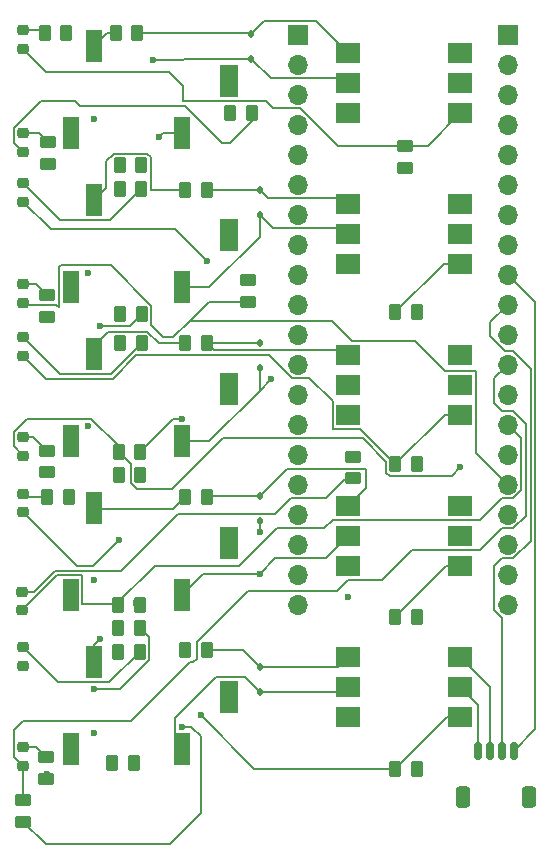
<source format=gtl>
G04 #@! TF.GenerationSoftware,KiCad,Pcbnew,8.0.1*
G04 #@! TF.CreationDate,2024-03-31T18:38:22-05:00*
G04 #@! TF.ProjectId,dinoctopus_v2,64696e6f-6374-46f7-9075-735f76322e6b,rev?*
G04 #@! TF.SameCoordinates,Original*
G04 #@! TF.FileFunction,Copper,L1,Top*
G04 #@! TF.FilePolarity,Positive*
%FSLAX46Y46*%
G04 Gerber Fmt 4.6, Leading zero omitted, Abs format (unit mm)*
G04 Created by KiCad (PCBNEW 8.0.1) date 2024-03-31 18:38:22*
%MOMM*%
%LPD*%
G01*
G04 APERTURE LIST*
G04 Aperture macros list*
%AMRoundRect*
0 Rectangle with rounded corners*
0 $1 Rounding radius*
0 $2 $3 $4 $5 $6 $7 $8 $9 X,Y pos of 4 corners*
0 Add a 4 corners polygon primitive as box body*
4,1,4,$2,$3,$4,$5,$6,$7,$8,$9,$2,$3,0*
0 Add four circle primitives for the rounded corners*
1,1,$1+$1,$2,$3*
1,1,$1+$1,$4,$5*
1,1,$1+$1,$6,$7*
1,1,$1+$1,$8,$9*
0 Add four rect primitives between the rounded corners*
20,1,$1+$1,$2,$3,$4,$5,0*
20,1,$1+$1,$4,$5,$6,$7,0*
20,1,$1+$1,$6,$7,$8,$9,0*
20,1,$1+$1,$8,$9,$2,$3,0*%
G04 Aperture macros list end*
G04 #@! TA.AperFunction,SMDPad,CuDef*
%ADD10RoundRect,0.250000X0.450000X-0.262500X0.450000X0.262500X-0.450000X0.262500X-0.450000X-0.262500X0*%
G04 #@! TD*
G04 #@! TA.AperFunction,SMDPad,CuDef*
%ADD11RoundRect,0.218750X0.256250X-0.218750X0.256250X0.218750X-0.256250X0.218750X-0.256250X-0.218750X0*%
G04 #@! TD*
G04 #@! TA.AperFunction,SMDPad,CuDef*
%ADD12RoundRect,0.250000X0.262500X0.450000X-0.262500X0.450000X-0.262500X-0.450000X0.262500X-0.450000X0*%
G04 #@! TD*
G04 #@! TA.AperFunction,SMDPad,CuDef*
%ADD13RoundRect,0.250000X-0.262500X-0.450000X0.262500X-0.450000X0.262500X0.450000X-0.262500X0.450000X0*%
G04 #@! TD*
G04 #@! TA.AperFunction,SMDPad,CuDef*
%ADD14R,1.400000X2.800000*%
G04 #@! TD*
G04 #@! TA.AperFunction,SMDPad,CuDef*
%ADD15R,1.600000X2.800000*%
G04 #@! TD*
G04 #@! TA.AperFunction,SMDPad,CuDef*
%ADD16RoundRect,0.112500X-0.112500X0.187500X-0.112500X-0.187500X0.112500X-0.187500X0.112500X0.187500X0*%
G04 #@! TD*
G04 #@! TA.AperFunction,SMDPad,CuDef*
%ADD17R,2.000000X1.780000*%
G04 #@! TD*
G04 #@! TA.AperFunction,ComponentPad*
%ADD18R,1.700000X1.700000*%
G04 #@! TD*
G04 #@! TA.AperFunction,ComponentPad*
%ADD19O,1.700000X1.700000*%
G04 #@! TD*
G04 #@! TA.AperFunction,SMDPad,CuDef*
%ADD20RoundRect,0.250000X-0.450000X0.262500X-0.450000X-0.262500X0.450000X-0.262500X0.450000X0.262500X0*%
G04 #@! TD*
G04 #@! TA.AperFunction,SMDPad,CuDef*
%ADD21RoundRect,0.150000X-0.150000X-0.625000X0.150000X-0.625000X0.150000X0.625000X-0.150000X0.625000X0*%
G04 #@! TD*
G04 #@! TA.AperFunction,SMDPad,CuDef*
%ADD22RoundRect,0.250000X-0.350000X-0.650000X0.350000X-0.650000X0.350000X0.650000X-0.350000X0.650000X0*%
G04 #@! TD*
G04 #@! TA.AperFunction,ViaPad*
%ADD23C,0.600000*%
G04 #@! TD*
G04 #@! TA.AperFunction,Conductor*
%ADD24C,0.200000*%
G04 #@! TD*
G04 APERTURE END LIST*
D10*
X47000000Y-54500000D03*
X47000000Y-52675000D03*
D11*
X28000000Y-92212500D03*
X28000000Y-93787500D03*
D12*
X31638363Y-31751227D03*
X29813363Y-31751227D03*
D13*
X36175000Y-58000000D03*
X38000000Y-58000000D03*
D14*
X32000000Y-79333332D03*
X41400000Y-79333332D03*
X34000000Y-71933332D03*
D15*
X45400000Y-74883332D03*
D13*
X59500000Y-94000000D03*
X61325000Y-94000000D03*
X59500000Y-55375000D03*
X61325000Y-55375000D03*
D12*
X31825000Y-71000000D03*
X30000000Y-71000000D03*
D16*
X47306411Y-33880718D03*
X47306411Y-31780718D03*
D11*
X28000000Y-72287500D03*
X28000000Y-70712500D03*
X28000000Y-44425000D03*
X28000000Y-46000000D03*
X28000000Y-59075000D03*
X28000000Y-57500000D03*
D17*
X55470000Y-84570000D03*
X55470000Y-87110000D03*
X55470000Y-89650000D03*
X65000000Y-89650000D03*
X65000000Y-87110000D03*
X65000000Y-84570000D03*
D16*
X48000000Y-45000000D03*
X48000000Y-47100000D03*
D14*
X32000000Y-40200000D03*
X41400000Y-40200000D03*
X34000000Y-32800000D03*
D15*
X45400000Y-35750000D03*
D18*
X69000000Y-31866932D03*
D19*
X69000000Y-34406932D03*
X69000000Y-36946932D03*
X69000000Y-39486932D03*
X69000000Y-42026932D03*
X69000000Y-44566932D03*
X69000000Y-47106932D03*
X69000000Y-49646932D03*
X69000000Y-52186932D03*
X69000000Y-54726932D03*
X69000000Y-57266932D03*
X69000000Y-59806932D03*
X69000000Y-62346932D03*
X69000000Y-64886932D03*
X69000000Y-67426932D03*
X69000000Y-69966932D03*
X69000000Y-72506932D03*
X69000000Y-75046932D03*
X69000000Y-77586932D03*
X69000000Y-80126932D03*
D16*
X48000000Y-58000000D03*
X48000000Y-60100000D03*
D11*
X28000000Y-33075000D03*
X28000000Y-31500000D03*
D13*
X36157482Y-44906343D03*
X37982482Y-44906343D03*
D16*
X48000000Y-70950000D03*
X48000000Y-73050000D03*
D11*
X28000000Y-85287500D03*
X28000000Y-83712500D03*
D17*
X65000000Y-33430000D03*
X65000000Y-35970000D03*
X65000000Y-38510000D03*
X55470000Y-38510000D03*
X55470000Y-35970000D03*
X55470000Y-33430000D03*
D13*
X41675000Y-71000000D03*
X43500000Y-71000000D03*
X41675000Y-45000000D03*
X43500000Y-45000000D03*
D17*
X65000000Y-46215000D03*
X65000000Y-48755000D03*
X65000000Y-51295000D03*
X55470000Y-51295000D03*
X55470000Y-48755000D03*
X55470000Y-46215000D03*
X55470000Y-71785000D03*
X55470000Y-74325000D03*
X55470000Y-76865000D03*
X65000000Y-76865000D03*
X65000000Y-74325000D03*
X65000000Y-71785000D03*
D14*
X32000000Y-53244444D03*
X41400000Y-53244444D03*
X34000000Y-45844444D03*
D15*
X45400000Y-48794444D03*
D19*
X51217784Y-80125663D03*
X51217784Y-77585663D03*
X51217784Y-75045663D03*
X51217784Y-72505663D03*
X51217784Y-69965663D03*
X51217784Y-67425663D03*
X51217784Y-64885663D03*
X51217784Y-62345663D03*
X51217784Y-59805663D03*
X51217784Y-57265663D03*
X51217784Y-54725663D03*
X51217784Y-52185663D03*
X51217784Y-49645663D03*
X51217784Y-47105663D03*
X51217784Y-44565663D03*
X51217784Y-42025663D03*
X51217784Y-39485663D03*
X51217784Y-36945663D03*
X51217784Y-34405663D03*
D18*
X51217784Y-31865663D03*
D13*
X41675000Y-58000000D03*
X43500000Y-58000000D03*
X36008493Y-84091404D03*
X37833493Y-84091404D03*
D16*
X48000000Y-85400000D03*
X48000000Y-87500000D03*
D13*
X35825697Y-31730496D03*
X37650697Y-31730496D03*
D14*
X32000000Y-92377776D03*
X41400000Y-92377776D03*
X34000000Y-84977776D03*
D15*
X45400000Y-87927776D03*
D13*
X59500000Y-68250000D03*
X61325000Y-68250000D03*
D14*
X32000000Y-66288888D03*
X41400000Y-66288888D03*
X34000000Y-58888888D03*
D15*
X45400000Y-61838888D03*
D13*
X41675000Y-84000000D03*
X43500000Y-84000000D03*
D20*
X60292328Y-41284184D03*
X60292328Y-43109184D03*
D17*
X55470000Y-59000000D03*
X55470000Y-61540000D03*
X55470000Y-64080000D03*
X65000000Y-64080000D03*
X65000000Y-61540000D03*
X65000000Y-59000000D03*
D21*
X66500000Y-92500000D03*
X67500000Y-92500000D03*
X68500000Y-92500000D03*
X69500000Y-92500000D03*
D22*
X65200000Y-96375000D03*
X70800000Y-96375000D03*
D13*
X59500000Y-81125000D03*
X61325000Y-81125000D03*
X36157482Y-42936895D03*
X37982482Y-42936895D03*
D10*
X29984360Y-68905393D03*
X29984360Y-67080393D03*
D13*
X36016422Y-80158175D03*
X37841422Y-80158175D03*
D12*
X37903103Y-69120171D03*
X36078103Y-69120171D03*
D13*
X37889155Y-67165349D03*
X36064155Y-67165349D03*
D10*
X29868590Y-93020460D03*
X29868590Y-94845460D03*
D11*
X27895079Y-80582202D03*
X27895079Y-79007202D03*
D20*
X28000000Y-96675000D03*
X28000000Y-98500000D03*
D10*
X29997278Y-55755017D03*
X29997278Y-53930017D03*
D12*
X47325000Y-38500000D03*
X45500000Y-38500000D03*
D11*
X28000000Y-67500000D03*
X28000000Y-65925000D03*
D20*
X55932088Y-67605658D03*
X55932088Y-69430658D03*
D13*
X36175000Y-55500000D03*
X38000000Y-55500000D03*
D11*
X28000000Y-41787500D03*
X28000000Y-40212500D03*
X28000000Y-54575000D03*
X28000000Y-53000000D03*
D13*
X35500000Y-93500000D03*
X37325000Y-93500000D03*
D10*
X30115931Y-42806054D03*
X30115931Y-40981054D03*
D13*
X36033487Y-82108547D03*
X37858487Y-82108547D03*
D23*
X47000000Y-52500000D03*
X34500000Y-83000000D03*
X41675000Y-84000000D03*
X34500000Y-56500000D03*
X65000000Y-68500000D03*
X32000000Y-71000000D03*
X36078103Y-69120171D03*
X38000000Y-69000000D03*
X36106555Y-74606555D03*
X48000000Y-74000000D03*
X48000000Y-77500000D03*
X43000000Y-89500000D03*
X34000000Y-87277776D03*
X36000000Y-82000000D03*
X36000000Y-84000000D03*
X30000000Y-94500000D03*
X37500000Y-80000000D03*
X49000000Y-61000000D03*
X55470000Y-61540000D03*
X41400000Y-64388886D03*
X30000000Y-69000000D03*
X30000000Y-55500000D03*
X59500000Y-81125000D03*
X59500000Y-68250000D03*
X60292328Y-41284184D03*
X55500000Y-79500000D03*
X56000000Y-67500000D03*
X34000000Y-78000000D03*
X37500000Y-93500000D03*
X35500000Y-93500000D03*
X41400000Y-90477774D03*
X36175000Y-58000000D03*
X36175000Y-55500000D03*
X43500000Y-51000000D03*
X59500000Y-55375000D03*
X39500000Y-40500000D03*
X39000000Y-34000000D03*
X60500000Y-43000000D03*
X61500000Y-55500000D03*
X61500000Y-68000000D03*
X61500000Y-81000000D03*
X61500000Y-94000000D03*
X65000000Y-87500000D03*
X65000000Y-84500000D03*
X65000000Y-74500000D03*
X65000000Y-71500000D03*
X65000000Y-61500000D03*
X65000000Y-59000000D03*
X65000000Y-48500000D03*
X65000000Y-46000000D03*
X65000000Y-36000000D03*
X65000000Y-33500000D03*
X28000000Y-85287500D03*
X38000000Y-43000000D03*
X36000000Y-45000000D03*
X36000000Y-43000000D03*
X34000000Y-91000000D03*
X33500000Y-65000000D03*
X33500000Y-52000000D03*
X34000000Y-39000000D03*
X47325000Y-38500000D03*
X45500000Y-38500000D03*
X30000000Y-43000000D03*
X31500000Y-31500000D03*
D24*
X47000000Y-54500000D02*
X43677756Y-54500000D01*
X43677756Y-54500000D02*
X42062093Y-56115663D01*
X47000000Y-52675000D02*
X47000000Y-52500000D01*
X32545832Y-76833332D02*
X28000000Y-72287500D01*
X36106555Y-74606555D02*
X33879778Y-76833332D01*
X33879778Y-76833332D02*
X32545832Y-76833332D01*
X48000000Y-70950000D02*
X50337716Y-68612284D01*
X50337716Y-68612284D02*
X56973940Y-68612284D01*
X56973940Y-68612284D02*
X56973940Y-68976696D01*
X56973940Y-68976696D02*
X57000000Y-69002756D01*
X57000000Y-69002756D02*
X57000000Y-70255000D01*
X57000000Y-70255000D02*
X55470000Y-71785000D01*
X34000000Y-83500000D02*
X34500000Y-83000000D01*
X34000000Y-84977776D02*
X34000000Y-83500000D01*
X37000000Y-56500000D02*
X34500000Y-56500000D01*
X38000000Y-55500000D02*
X37000000Y-56500000D01*
X69500000Y-92500000D02*
X71350000Y-90650000D01*
X71350000Y-90650000D02*
X71350000Y-54536932D01*
X71350000Y-54536932D02*
X69000000Y-52186932D01*
X68500000Y-92500000D02*
X68500000Y-81253278D01*
X68500000Y-81253278D02*
X67850000Y-80603278D01*
X67850000Y-80603278D02*
X67850000Y-76870586D01*
X67500000Y-56226932D02*
X69000000Y-54726932D01*
X67850000Y-76870586D02*
X68523654Y-76196932D01*
X68523654Y-76196932D02*
X69476346Y-76196932D01*
X69476346Y-76196932D02*
X70950000Y-74723278D01*
X70950000Y-74723278D02*
X70950000Y-60130586D01*
X70950000Y-60130586D02*
X69476346Y-58656932D01*
X69476346Y-58656932D02*
X68763654Y-58656932D01*
X68763654Y-58656932D02*
X67500000Y-57393278D01*
X67500000Y-57393278D02*
X67500000Y-56226932D01*
X65000000Y-84570000D02*
X67500000Y-87070000D01*
X67500000Y-87070000D02*
X67500000Y-92500000D01*
X66500000Y-92500000D02*
X66500000Y-88610000D01*
X66500000Y-88610000D02*
X65000000Y-87110000D01*
X36064155Y-67165349D02*
X37090603Y-68191797D01*
X58687500Y-68934744D02*
X59002756Y-69250000D01*
X37090603Y-68191797D02*
X37090603Y-69804915D01*
X37596798Y-70311110D02*
X40597056Y-70311110D01*
X37090603Y-69804915D02*
X37596798Y-70311110D01*
X40597056Y-70311110D02*
X44872503Y-66035663D01*
X44872503Y-66035663D02*
X56719977Y-66035663D01*
X58687500Y-68003186D02*
X58687500Y-68934744D01*
X56719977Y-66035663D02*
X58687500Y-68003186D01*
X59002756Y-69250000D02*
X64250000Y-69250000D01*
X64250000Y-69250000D02*
X65000000Y-68500000D01*
X30000000Y-71000000D02*
X28287500Y-71000000D01*
X28287500Y-71000000D02*
X28000000Y-70712500D01*
X31825000Y-71000000D02*
X32000000Y-71000000D01*
X27895079Y-79007202D02*
X28904393Y-79007202D01*
X28904393Y-79007202D02*
X30678264Y-77233332D01*
X50615663Y-71115663D02*
X53649337Y-71115663D01*
X30678264Y-77233332D02*
X36266668Y-77233332D01*
X49281326Y-72450000D02*
X50615663Y-71115663D01*
X36266668Y-77233332D02*
X41050000Y-72450000D01*
X41050000Y-72450000D02*
X49281326Y-72450000D01*
X53649337Y-71115663D02*
X55265000Y-69500000D01*
X55265000Y-69500000D02*
X56000000Y-69500000D01*
X36078103Y-69120171D02*
X36078103Y-69078103D01*
X37903103Y-69096897D02*
X38000000Y-69000000D01*
X37903103Y-69120171D02*
X37903103Y-69096897D01*
X41675000Y-71000000D02*
X40640088Y-72034912D01*
X40640088Y-72034912D02*
X34101580Y-72034912D01*
X34101580Y-72034912D02*
X34000000Y-71933332D01*
X43500000Y-71000000D02*
X44000000Y-71000000D01*
X44000000Y-71000000D02*
X44050000Y-70950000D01*
X44050000Y-70950000D02*
X48000000Y-70950000D01*
X41400000Y-79333332D02*
X43233332Y-77500000D01*
X43233332Y-77500000D02*
X48000000Y-77500000D01*
X55470000Y-74325000D02*
X53599337Y-76195663D01*
X53599337Y-76195663D02*
X49304337Y-76195663D01*
X49304337Y-76195663D02*
X48000000Y-77500000D01*
X48000000Y-74000000D02*
X48000000Y-73050000D01*
X48000000Y-87500000D02*
X55080000Y-87500000D01*
X55080000Y-87500000D02*
X55470000Y-87110000D01*
X48000000Y-85400000D02*
X54640000Y-85400000D01*
X54640000Y-85400000D02*
X55470000Y-84570000D01*
X47500000Y-94000000D02*
X43000000Y-89500000D01*
X59500000Y-94000000D02*
X47500000Y-94000000D01*
X28000000Y-93787500D02*
X27225000Y-93012500D01*
X27225000Y-93012500D02*
X27225000Y-90775000D01*
X54579337Y-78975663D02*
X55500000Y-78055000D01*
X27225000Y-90775000D02*
X28000000Y-90000000D01*
X70550000Y-64810586D02*
X69476346Y-63736932D01*
X28000000Y-90000000D02*
X37080720Y-90000000D01*
X70550000Y-72583278D02*
X70550000Y-64810586D01*
X37080720Y-90000000D02*
X42080720Y-85000000D01*
X42080720Y-85000000D02*
X42372244Y-85000000D01*
X55500000Y-78055000D02*
X58320000Y-78055000D01*
X67850000Y-60956932D02*
X69000000Y-59806932D01*
X42372244Y-85000000D02*
X42687500Y-84684744D01*
X42687500Y-84684744D02*
X42687500Y-83315256D01*
X42687500Y-83315256D02*
X47027093Y-78975663D01*
X47027093Y-78975663D02*
X54579337Y-78975663D01*
X69476346Y-73656932D02*
X70550000Y-72583278D01*
X58320000Y-78055000D02*
X60860000Y-75515000D01*
X69476346Y-63736932D02*
X68523654Y-63736932D01*
X60860000Y-75515000D02*
X66665586Y-75515000D01*
X66665586Y-75515000D02*
X68523654Y-73656932D01*
X68523654Y-73656932D02*
X69476346Y-73656932D01*
X68523654Y-63736932D02*
X67850000Y-63063278D01*
X67850000Y-63063278D02*
X67850000Y-60956932D01*
X28000000Y-92212500D02*
X29060630Y-92212500D01*
X29060630Y-92212500D02*
X29868590Y-93020460D01*
X48000000Y-87500000D02*
X46727776Y-86227776D01*
X40800000Y-91777776D02*
X41400000Y-92377776D01*
X46727776Y-86227776D02*
X44300000Y-86227776D01*
X44300000Y-86227776D02*
X40800000Y-89727776D01*
X40800000Y-89727776D02*
X40800000Y-91777776D01*
X28000000Y-98500000D02*
X29900000Y-100400000D01*
X43000000Y-91277776D02*
X42199998Y-90477774D01*
X29900000Y-100400000D02*
X40400000Y-100400000D01*
X40400000Y-100400000D02*
X43000000Y-97800000D01*
X43000000Y-97800000D02*
X43000000Y-91277776D01*
X42199998Y-90477774D02*
X41400000Y-90477774D01*
X28000000Y-93787500D02*
X28000000Y-96675000D01*
X43500000Y-84000000D02*
X46600000Y-84000000D01*
X46600000Y-84000000D02*
X48000000Y-85400000D01*
X37858487Y-82108547D02*
X38645993Y-82896053D01*
X38645993Y-82896053D02*
X38645993Y-84776148D01*
X38645993Y-84776148D02*
X36144365Y-87277776D01*
X36144365Y-87277776D02*
X34000000Y-87277776D01*
X37833493Y-84091404D02*
X35247121Y-86677776D01*
X35247121Y-86677776D02*
X30965276Y-86677776D01*
X30965276Y-86677776D02*
X28000000Y-83712500D01*
X36033487Y-82033487D02*
X36000000Y-82000000D01*
X36033487Y-82108547D02*
X36033487Y-82033487D01*
X36008493Y-84008493D02*
X36000000Y-84000000D01*
X36008493Y-84091404D02*
X36008493Y-84008493D01*
X29868590Y-94631410D02*
X30000000Y-94500000D01*
X29868590Y-94845460D02*
X29868590Y-94631410D01*
X35871424Y-80075215D02*
X39113307Y-76833332D01*
X68523654Y-71116932D02*
X69476346Y-71116932D01*
X39113307Y-76833332D02*
X46250000Y-76833332D01*
X53489337Y-73655663D02*
X54170000Y-72975000D01*
X70150000Y-70443278D02*
X70150000Y-66036932D01*
X46250000Y-76833332D02*
X49427669Y-73655663D01*
X49427669Y-73655663D02*
X53489337Y-73655663D01*
X54170000Y-72975000D02*
X66665586Y-72975000D01*
X66665586Y-72975000D02*
X68523654Y-71116932D01*
X69476346Y-71116932D02*
X70150000Y-70443278D01*
X70150000Y-66036932D02*
X69000000Y-64886932D01*
X35871424Y-80075215D02*
X33000000Y-80075215D01*
X33000000Y-77633332D02*
X30843949Y-77633332D01*
X33000000Y-80075215D02*
X33000000Y-77633332D01*
X30843949Y-77633332D02*
X27895079Y-80582202D01*
X37575215Y-80075215D02*
X37500000Y-80000000D01*
X37696424Y-80075215D02*
X37575215Y-80075215D01*
X48000000Y-62000000D02*
X49000000Y-61000000D01*
X48000000Y-62038888D02*
X48000000Y-62000000D01*
X48000000Y-62000000D02*
X48000000Y-60100000D01*
X43500000Y-58000000D02*
X44100000Y-58600000D01*
X44100000Y-58600000D02*
X55070000Y-58600000D01*
X55070000Y-58600000D02*
X55470000Y-59000000D01*
X43500000Y-58000000D02*
X48000000Y-58000000D01*
X41675000Y-58000000D02*
X39497244Y-58000000D01*
X39497244Y-58000000D02*
X38497244Y-57000000D01*
X38497244Y-57000000D02*
X35188888Y-57000000D01*
X35188888Y-57000000D02*
X34000000Y-58188888D01*
X34000000Y-58188888D02*
X34000000Y-58888888D01*
X28000000Y-59075000D02*
X29913888Y-60988888D01*
X29913888Y-60988888D02*
X35576798Y-60988888D01*
X35576798Y-60988888D02*
X37565686Y-59000000D01*
X37565686Y-59000000D02*
X48785775Y-59000000D01*
X48785775Y-59000000D02*
X50741438Y-60955663D01*
X52205663Y-60955663D02*
X54170000Y-62920000D01*
X50741438Y-60955663D02*
X52205663Y-60955663D01*
X54170000Y-62920000D02*
X54170000Y-65270000D01*
X54170000Y-65270000D02*
X56520000Y-65270000D01*
X56520000Y-65270000D02*
X59500000Y-68250000D01*
X41400000Y-66288888D02*
X43750000Y-66288888D01*
X43750000Y-66288888D02*
X48000000Y-62038888D01*
X37889155Y-67165349D02*
X40665618Y-64388886D01*
X40665618Y-64388886D02*
X41400000Y-64388886D01*
X28000000Y-67500000D02*
X27225000Y-66725000D01*
X27225000Y-66725000D02*
X27225000Y-65485314D01*
X27225000Y-65485314D02*
X28310314Y-64400000D01*
X28310314Y-64400000D02*
X33748529Y-64400000D01*
X33748529Y-64400000D02*
X36064155Y-66715626D01*
X36064155Y-66715626D02*
X36064155Y-67165349D01*
X28000000Y-65925000D02*
X28828967Y-65925000D01*
X28828967Y-65925000D02*
X29984360Y-67080393D01*
X29984360Y-68984360D02*
X30000000Y-69000000D01*
X29984360Y-68905393D02*
X29984360Y-68984360D01*
X28000000Y-57500000D02*
X31088888Y-60588888D01*
X31088888Y-60588888D02*
X35411112Y-60588888D01*
X35411112Y-60588888D02*
X38000000Y-58000000D01*
X28000000Y-54575000D02*
X28167517Y-54742517D01*
X61160000Y-57810000D02*
X63700000Y-60350000D01*
X28167517Y-54742517D02*
X30798073Y-54742517D01*
X30798073Y-54742517D02*
X31000000Y-54944444D01*
X38812500Y-54815256D02*
X38812500Y-56476222D01*
X31000000Y-54944444D02*
X31000000Y-51544444D01*
X31000000Y-51544444D02*
X31144444Y-51400000D01*
X40677756Y-57500000D02*
X42062093Y-56115663D01*
X31144444Y-51400000D02*
X35397244Y-51400000D01*
X35397244Y-51400000D02*
X38812500Y-54815256D01*
X38812500Y-56476222D02*
X39836278Y-57500000D01*
X39836278Y-57500000D02*
X40677756Y-57500000D01*
X42062093Y-56115663D02*
X54115663Y-56115663D01*
X54115663Y-56115663D02*
X55810000Y-57810000D01*
X55810000Y-57810000D02*
X61160000Y-57810000D01*
X63700000Y-60350000D02*
X66300000Y-60350000D01*
X66300000Y-60350000D02*
X66300000Y-67266932D01*
X66300000Y-67266932D02*
X69000000Y-69966932D01*
X29997278Y-55502722D02*
X30000000Y-55500000D01*
X29997278Y-55755017D02*
X29997278Y-55502722D01*
X28000000Y-53000000D02*
X29067261Y-53000000D01*
X29067261Y-53000000D02*
X29997278Y-53930017D01*
X55500000Y-79675000D02*
X55500000Y-79500000D01*
X56000000Y-67675000D02*
X56000000Y-67500000D01*
X37325000Y-93500000D02*
X37500000Y-93500000D01*
X36078103Y-69078103D02*
X36000000Y-69000000D01*
X40844444Y-48344444D02*
X43500000Y-51000000D01*
X30344444Y-48344444D02*
X40844444Y-48344444D01*
X28000000Y-46000000D02*
X30344444Y-48344444D01*
X47306411Y-33880718D02*
X41619282Y-33880718D01*
X39500000Y-40500000D02*
X39800000Y-40200000D01*
X39800000Y-40200000D02*
X41400000Y-40200000D01*
X41619282Y-33880718D02*
X41500000Y-34000000D01*
X41500000Y-34000000D02*
X39000000Y-34000000D01*
X60390816Y-43109184D02*
X60500000Y-43000000D01*
X60292328Y-43109184D02*
X60390816Y-43109184D01*
X59500000Y-55375000D02*
X63580000Y-51295000D01*
X63580000Y-51295000D02*
X65000000Y-51295000D01*
X61375000Y-55375000D02*
X61500000Y-55500000D01*
X61325000Y-55375000D02*
X61375000Y-55375000D01*
X59500000Y-68250000D02*
X63670000Y-64080000D01*
X63670000Y-64080000D02*
X65000000Y-64080000D01*
X61325000Y-68175000D02*
X61500000Y-68000000D01*
X61325000Y-68250000D02*
X61325000Y-68175000D01*
X61375000Y-81125000D02*
X61500000Y-81000000D01*
X61325000Y-81125000D02*
X61375000Y-81125000D01*
X59500000Y-81125000D02*
X63760000Y-76865000D01*
X63760000Y-76865000D02*
X65000000Y-76865000D01*
X59500000Y-94000000D02*
X63850000Y-89650000D01*
X63850000Y-89650000D02*
X65000000Y-89650000D01*
X61325000Y-94000000D02*
X61500000Y-94000000D01*
X65000000Y-87110000D02*
X65000000Y-87500000D01*
X65000000Y-84570000D02*
X65000000Y-84500000D01*
X65000000Y-74325000D02*
X65000000Y-74500000D01*
X65000000Y-71785000D02*
X65000000Y-71500000D01*
X65000000Y-61540000D02*
X65000000Y-61500000D01*
X65000000Y-48755000D02*
X65000000Y-48500000D01*
X65000000Y-46215000D02*
X65000000Y-46000000D01*
X65000000Y-35970000D02*
X65000000Y-36000000D01*
X65000000Y-33430000D02*
X65000000Y-33500000D01*
X48000000Y-47100000D02*
X49155663Y-48255663D01*
X49155663Y-48255663D02*
X54970663Y-48255663D01*
X54970663Y-48255663D02*
X55470000Y-48755000D01*
X48000000Y-47100000D02*
X48000000Y-48994444D01*
X48000000Y-48994444D02*
X43750000Y-53244444D01*
X43750000Y-53244444D02*
X41400000Y-53244444D01*
X48000000Y-45000000D02*
X48715663Y-45715663D01*
X48715663Y-45715663D02*
X54970663Y-45715663D01*
X54970663Y-45715663D02*
X55470000Y-46215000D01*
X43500000Y-45000000D02*
X48000000Y-45000000D01*
X41675000Y-45000000D02*
X38794982Y-45000000D01*
X35000000Y-44844444D02*
X34000000Y-45844444D01*
X38794982Y-45000000D02*
X38794982Y-42252151D01*
X38794982Y-42252151D02*
X38479726Y-41936895D01*
X38479726Y-41936895D02*
X35660238Y-41936895D01*
X35660238Y-41936895D02*
X35000000Y-42597133D01*
X35000000Y-42597133D02*
X35000000Y-44844444D01*
X55470000Y-35970000D02*
X55055663Y-35555663D01*
X55055663Y-35555663D02*
X48981356Y-35555663D01*
X48981356Y-35555663D02*
X47306411Y-33880718D01*
X37982482Y-44906343D02*
X35344381Y-47544444D01*
X35344381Y-47544444D02*
X31119444Y-47544444D01*
X31119444Y-47544444D02*
X28000000Y-44425000D01*
X37982482Y-42982482D02*
X38000000Y-43000000D01*
X37982482Y-42936895D02*
X37982482Y-42982482D01*
X36093657Y-44906343D02*
X36000000Y-45000000D01*
X36157482Y-44906343D02*
X36093657Y-44906343D01*
X36063105Y-42936895D02*
X36000000Y-43000000D01*
X36157482Y-42936895D02*
X36063105Y-42936895D01*
X28000000Y-41787500D02*
X27225000Y-41012500D01*
X44812500Y-41012500D02*
X45512500Y-41012500D01*
X27225000Y-41012500D02*
X27225000Y-39772814D01*
X41700000Y-37900000D02*
X44812500Y-41012500D01*
X27225000Y-39772814D02*
X29497814Y-37500000D01*
X29497814Y-37500000D02*
X32402944Y-37500000D01*
X45512500Y-41012500D02*
X47325000Y-39200000D01*
X32402944Y-37500000D02*
X32802944Y-37900000D01*
X32802944Y-37900000D02*
X41700000Y-37900000D01*
X47325000Y-39200000D02*
X47325000Y-38500000D01*
X47325000Y-38500000D02*
X47325000Y-38175000D01*
X30115931Y-42884069D02*
X30000000Y-43000000D01*
X30115931Y-42806054D02*
X30115931Y-42884069D01*
X28000000Y-40212500D02*
X29347377Y-40212500D01*
X29347377Y-40212500D02*
X30115931Y-40981054D01*
X60292328Y-41284184D02*
X54642651Y-41284184D01*
X29925000Y-35000000D02*
X28000000Y-33075000D01*
X54642651Y-41284184D02*
X51454130Y-38095663D01*
X51454130Y-38095663D02*
X49095663Y-38095663D01*
X49095663Y-38095663D02*
X48500000Y-37500000D01*
X48500000Y-37500000D02*
X41500000Y-37500000D01*
X41500000Y-37500000D02*
X41500000Y-36202944D01*
X41500000Y-36202944D02*
X40297056Y-35000000D01*
X40297056Y-35000000D02*
X29925000Y-35000000D01*
X60292328Y-41284184D02*
X62225816Y-41284184D01*
X62225816Y-41284184D02*
X65000000Y-38510000D01*
X47306411Y-31780718D02*
X48371466Y-30715663D01*
X48371466Y-30715663D02*
X52755663Y-30715663D01*
X52755663Y-30715663D02*
X55470000Y-33430000D01*
X37650697Y-31730496D02*
X47256189Y-31730496D01*
X47256189Y-31730496D02*
X47306411Y-31780718D01*
X34000000Y-32800000D02*
X35069504Y-31730496D01*
X35069504Y-31730496D02*
X35825697Y-31730496D01*
X31638363Y-31638363D02*
X31500000Y-31500000D01*
X31638363Y-31751227D02*
X31638363Y-31638363D01*
X28000000Y-31500000D02*
X29562136Y-31500000D01*
X29562136Y-31500000D02*
X29813363Y-31751227D01*
M02*

</source>
